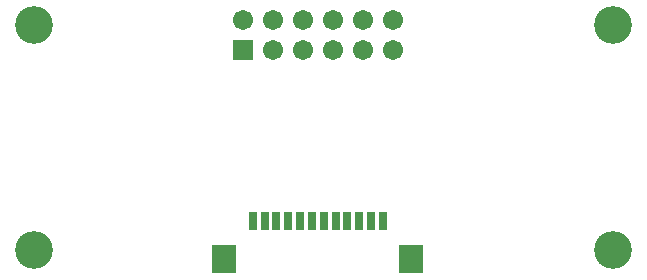
<source format=gbs>
G04*
G04 #@! TF.GenerationSoftware,Altium Limited,Altium Designer,23.8.1 (32)*
G04*
G04 Layer_Color=16711935*
%FSLAX44Y44*%
%MOMM*%
G71*
G04*
G04 #@! TF.SameCoordinates,C3666710-2670-402F-B92E-87204BB45A74*
G04*
G04*
G04 #@! TF.FilePolarity,Negative*
G04*
G01*
G75*
%ADD16C,3.2032*%
%ADD17C,1.7032*%
%ADD18R,1.7032X1.7032*%
%ADD25R,0.8032X1.5032*%
%ADD26R,2.0032X2.4032*%
D16*
X30000Y30000D02*
D03*
X520000D02*
D03*
Y220000D02*
D03*
X30000D02*
D03*
D17*
X333500Y224840D02*
D03*
X308100D02*
D03*
X282700D02*
D03*
X257300D02*
D03*
X231900D02*
D03*
X206500D02*
D03*
X333500Y199440D02*
D03*
X308100D02*
D03*
X282700D02*
D03*
X257300D02*
D03*
X231900D02*
D03*
D18*
X206500D02*
D03*
D25*
X215000Y54541D02*
D03*
X225000D02*
D03*
X235000D02*
D03*
X245000D02*
D03*
X275000D02*
D03*
X255000D02*
D03*
X265000D02*
D03*
X325000D02*
D03*
X315000D02*
D03*
X305000D02*
D03*
X285000D02*
D03*
X295000D02*
D03*
D26*
X349000Y22041D02*
D03*
X191000D02*
D03*
M02*

</source>
